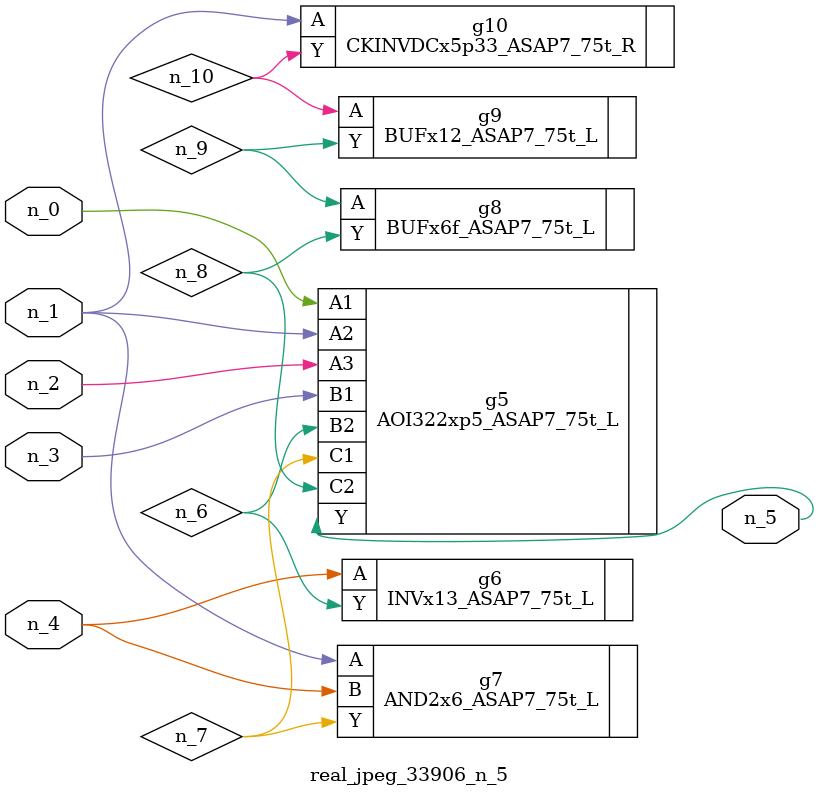
<source format=v>
module real_jpeg_33906_n_5 (n_4, n_0, n_1, n_2, n_3, n_5);

input n_4;
input n_0;
input n_1;
input n_2;
input n_3;

output n_5;

wire n_8;
wire n_6;
wire n_7;
wire n_10;
wire n_9;

AOI322xp5_ASAP7_75t_L g5 ( 
.A1(n_0),
.A2(n_1),
.A3(n_2),
.B1(n_3),
.B2(n_6),
.C1(n_7),
.C2(n_8),
.Y(n_5)
);

AND2x6_ASAP7_75t_L g7 ( 
.A(n_1),
.B(n_4),
.Y(n_7)
);

CKINVDCx5p33_ASAP7_75t_R g10 ( 
.A(n_1),
.Y(n_10)
);

INVx13_ASAP7_75t_L g6 ( 
.A(n_4),
.Y(n_6)
);

BUFx6f_ASAP7_75t_L g8 ( 
.A(n_9),
.Y(n_8)
);

BUFx12_ASAP7_75t_L g9 ( 
.A(n_10),
.Y(n_9)
);


endmodule
</source>
